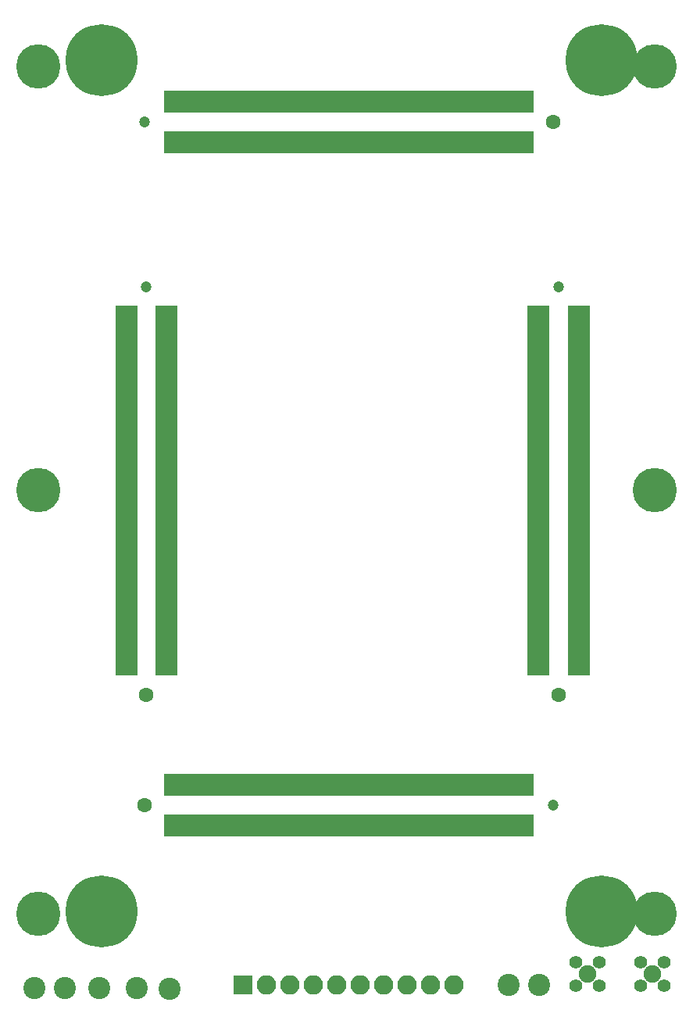
<source format=gbr>
%TF.GenerationSoftware,KiCad,Pcbnew,(5.1.4)-1*%
%TF.CreationDate,2019-12-13T12:22:18-06:00*%
%TF.ProjectId,payload_board,7061796c-6f61-4645-9f62-6f6172642e6b,rev?*%
%TF.SameCoordinates,Original*%
%TF.FileFunction,Soldermask,Top*%
%TF.FilePolarity,Negative*%
%FSLAX46Y46*%
G04 Gerber Fmt 4.6, Leading zero omitted, Abs format (unit mm)*
G04 Created by KiCad (PCBNEW (5.1.4)-1) date 2019-12-13 12:22:18*
%MOMM*%
%LPD*%
G04 APERTURE LIST*
%ADD10C,1.900000*%
%ADD11C,1.400000*%
%ADD12C,2.400000*%
%ADD13R,0.900000X2.400000*%
%ADD14C,1.600000*%
%ADD15C,1.200000*%
%ADD16R,2.400000X0.900000*%
%ADD17O,2.100000X2.100000*%
%ADD18R,2.100000X2.100000*%
%ADD19C,7.800000*%
%ADD20C,4.800000*%
G04 APERTURE END LIST*
D10*
X120624600Y-152958800D03*
D11*
X119344600Y-151678800D03*
X119344600Y-154238800D03*
X121904600Y-154238800D03*
X121904600Y-151678800D03*
D10*
X113614200Y-152984200D03*
D11*
X112334200Y-151704200D03*
X112334200Y-154264200D03*
X114894200Y-154264200D03*
X114894200Y-151704200D03*
D12*
X105029000Y-154152600D03*
X108331000Y-154152600D03*
X56997600Y-154457400D03*
X53695600Y-154482800D03*
X60706000Y-154457400D03*
X64744600Y-154457400D03*
X68351400Y-154533600D03*
D13*
X68145000Y-132445000D03*
X68145000Y-136845000D03*
X68945000Y-132445000D03*
X68945000Y-136845000D03*
X69745000Y-132445000D03*
X69745000Y-136845000D03*
X70545000Y-132445000D03*
X70545000Y-136845000D03*
X71345000Y-132445000D03*
X71345000Y-136845000D03*
X72145000Y-132445000D03*
X72145000Y-136845000D03*
X72945000Y-132445000D03*
X72945000Y-136845000D03*
X73745000Y-132445000D03*
X73745000Y-136845000D03*
X74545000Y-132445000D03*
X74545000Y-136845000D03*
X75345000Y-132445000D03*
X75345000Y-136845000D03*
X76145000Y-132445000D03*
X76145000Y-136845000D03*
X76945000Y-132445000D03*
X76945000Y-136845000D03*
X77745000Y-132445000D03*
X77745000Y-136845000D03*
X78545000Y-132445000D03*
X78545000Y-136845000D03*
X79345000Y-132445000D03*
X79345000Y-136845000D03*
X80145000Y-132445000D03*
X80145000Y-136845000D03*
X80945000Y-132445000D03*
X80945000Y-136845000D03*
X81745000Y-132445000D03*
X81745000Y-136845000D03*
X82545000Y-132445000D03*
X82545000Y-136845000D03*
X83345000Y-132445000D03*
X83345000Y-136845000D03*
X84145000Y-132445000D03*
X84145000Y-136845000D03*
X84945000Y-132445000D03*
X84945000Y-136845000D03*
X85745000Y-132445000D03*
X85745000Y-136845000D03*
X86545000Y-132445000D03*
X86545000Y-136845000D03*
X87345000Y-132445000D03*
X87345000Y-136845000D03*
X88145000Y-132445000D03*
X88145000Y-136845000D03*
X88945000Y-132445000D03*
X88945000Y-136845000D03*
X89745000Y-132445000D03*
X89745000Y-136845000D03*
X90545000Y-132445000D03*
X90545000Y-136845000D03*
X91345000Y-132445000D03*
X91345000Y-136845000D03*
X92145000Y-132445000D03*
X92145000Y-136845000D03*
X92945000Y-132445000D03*
X92945000Y-136845000D03*
X93745000Y-132445000D03*
X93745000Y-136845000D03*
X94545000Y-132445000D03*
X94545000Y-136845000D03*
X95345000Y-132445000D03*
X95345000Y-136845000D03*
X96145000Y-132445000D03*
X96145000Y-136845000D03*
X96945000Y-132445000D03*
X96945000Y-136845000D03*
X97745000Y-132445000D03*
X97745000Y-136845000D03*
X98545000Y-132445000D03*
X98545000Y-136845000D03*
X99345000Y-132445000D03*
X99345000Y-136845000D03*
X100145000Y-132445000D03*
X100145000Y-136845000D03*
X100945000Y-132445000D03*
X100945000Y-136845000D03*
X101745000Y-132445000D03*
X101745000Y-136845000D03*
X102545000Y-132445000D03*
X102545000Y-136845000D03*
X103345000Y-132445000D03*
X103345000Y-136845000D03*
X104145000Y-132445000D03*
X104145000Y-136845000D03*
X104945000Y-132445000D03*
X104945000Y-136845000D03*
X105745000Y-132445000D03*
X105745000Y-136845000D03*
X106545000Y-132445000D03*
X106545000Y-136845000D03*
X107345000Y-136845000D03*
D14*
X65645000Y-134645000D03*
D15*
X109845000Y-134645000D03*
D13*
X107345000Y-132445000D03*
X107345000Y-62855000D03*
X107345000Y-58455000D03*
X106545000Y-62855000D03*
X106545000Y-58455000D03*
X105745000Y-62855000D03*
X105745000Y-58455000D03*
X104945000Y-62855000D03*
X104945000Y-58455000D03*
X104145000Y-62855000D03*
X104145000Y-58455000D03*
X103345000Y-62855000D03*
X103345000Y-58455000D03*
X102545000Y-62855000D03*
X102545000Y-58455000D03*
X101745000Y-62855000D03*
X101745000Y-58455000D03*
X100945000Y-62855000D03*
X100945000Y-58455000D03*
X100145000Y-62855000D03*
X100145000Y-58455000D03*
X99345000Y-62855000D03*
X99345000Y-58455000D03*
X98545000Y-62855000D03*
X98545000Y-58455000D03*
X97745000Y-62855000D03*
X97745000Y-58455000D03*
X96945000Y-62855000D03*
X96945000Y-58455000D03*
X96145000Y-62855000D03*
X96145000Y-58455000D03*
X95345000Y-62855000D03*
X95345000Y-58455000D03*
X94545000Y-62855000D03*
X94545000Y-58455000D03*
X93745000Y-62855000D03*
X93745000Y-58455000D03*
X92945000Y-62855000D03*
X92945000Y-58455000D03*
X92145000Y-62855000D03*
X92145000Y-58455000D03*
X91345000Y-62855000D03*
X91345000Y-58455000D03*
X90545000Y-62855000D03*
X90545000Y-58455000D03*
X89745000Y-62855000D03*
X89745000Y-58455000D03*
X88945000Y-62855000D03*
X88945000Y-58455000D03*
X88145000Y-62855000D03*
X88145000Y-58455000D03*
X87345000Y-62855000D03*
X87345000Y-58455000D03*
X86545000Y-62855000D03*
X86545000Y-58455000D03*
X85745000Y-62855000D03*
X85745000Y-58455000D03*
X84945000Y-62855000D03*
X84945000Y-58455000D03*
X84145000Y-62855000D03*
X84145000Y-58455000D03*
X83345000Y-62855000D03*
X83345000Y-58455000D03*
X82545000Y-62855000D03*
X82545000Y-58455000D03*
X81745000Y-62855000D03*
X81745000Y-58455000D03*
X80945000Y-62855000D03*
X80945000Y-58455000D03*
X80145000Y-62855000D03*
X80145000Y-58455000D03*
X79345000Y-62855000D03*
X79345000Y-58455000D03*
X78545000Y-62855000D03*
X78545000Y-58455000D03*
X77745000Y-62855000D03*
X77745000Y-58455000D03*
X76945000Y-62855000D03*
X76945000Y-58455000D03*
X76145000Y-62855000D03*
X76145000Y-58455000D03*
X75345000Y-62855000D03*
X75345000Y-58455000D03*
X74545000Y-62855000D03*
X74545000Y-58455000D03*
X73745000Y-62855000D03*
X73745000Y-58455000D03*
X72945000Y-62855000D03*
X72945000Y-58455000D03*
X72145000Y-62855000D03*
X72145000Y-58455000D03*
X71345000Y-62855000D03*
X71345000Y-58455000D03*
X70545000Y-62855000D03*
X70545000Y-58455000D03*
X69745000Y-62855000D03*
X69745000Y-58455000D03*
X68945000Y-62855000D03*
X68945000Y-58455000D03*
X68145000Y-58455000D03*
D14*
X109845000Y-60655000D03*
D15*
X65645000Y-60655000D03*
D13*
X68145000Y-62855000D03*
D16*
X108265000Y-120195000D03*
X112665000Y-120195000D03*
X108265000Y-119395000D03*
X112665000Y-119395000D03*
X108265000Y-118595000D03*
X112665000Y-118595000D03*
X108265000Y-117795000D03*
X112665000Y-117795000D03*
X108265000Y-116995000D03*
X112665000Y-116995000D03*
X108265000Y-116195000D03*
X112665000Y-116195000D03*
X108265000Y-115395000D03*
X112665000Y-115395000D03*
X108265000Y-114595000D03*
X112665000Y-114595000D03*
X108265000Y-113795000D03*
X112665000Y-113795000D03*
X108265000Y-112995000D03*
X112665000Y-112995000D03*
X108265000Y-112195000D03*
X112665000Y-112195000D03*
X108265000Y-111395000D03*
X112665000Y-111395000D03*
X108265000Y-110595000D03*
X112665000Y-110595000D03*
X108265000Y-109795000D03*
X112665000Y-109795000D03*
X108265000Y-108995000D03*
X112665000Y-108995000D03*
X108265000Y-108195000D03*
X112665000Y-108195000D03*
X108265000Y-107395000D03*
X112665000Y-107395000D03*
X108265000Y-106595000D03*
X112665000Y-106595000D03*
X108265000Y-105795000D03*
X112665000Y-105795000D03*
X108265000Y-104995000D03*
X112665000Y-104995000D03*
X108265000Y-104195000D03*
X112665000Y-104195000D03*
X108265000Y-103395000D03*
X112665000Y-103395000D03*
X108265000Y-102595000D03*
X112665000Y-102595000D03*
X108265000Y-101795000D03*
X112665000Y-101795000D03*
X108265000Y-100995000D03*
X112665000Y-100995000D03*
X108265000Y-100195000D03*
X112665000Y-100195000D03*
X108265000Y-99395000D03*
X112665000Y-99395000D03*
X108265000Y-98595000D03*
X112665000Y-98595000D03*
X108265000Y-97795000D03*
X112665000Y-97795000D03*
X108265000Y-96995000D03*
X112665000Y-96995000D03*
X108265000Y-96195000D03*
X112665000Y-96195000D03*
X108265000Y-95395000D03*
X112665000Y-95395000D03*
X108265000Y-94595000D03*
X112665000Y-94595000D03*
X108265000Y-93795000D03*
X112665000Y-93795000D03*
X108265000Y-92995000D03*
X112665000Y-92995000D03*
X108265000Y-92195000D03*
X112665000Y-92195000D03*
X108265000Y-91395000D03*
X112665000Y-91395000D03*
X108265000Y-90595000D03*
X112665000Y-90595000D03*
X108265000Y-89795000D03*
X112665000Y-89795000D03*
X108265000Y-88995000D03*
X112665000Y-88995000D03*
X108265000Y-88195000D03*
X112665000Y-88195000D03*
X108265000Y-87395000D03*
X112665000Y-87395000D03*
X108265000Y-86595000D03*
X112665000Y-86595000D03*
X108265000Y-85795000D03*
X112665000Y-85795000D03*
X108265000Y-84995000D03*
X112665000Y-84995000D03*
X108265000Y-84195000D03*
X112665000Y-84195000D03*
X108265000Y-83395000D03*
X112665000Y-83395000D03*
X108265000Y-82595000D03*
X112665000Y-82595000D03*
X108265000Y-81795000D03*
X112665000Y-81795000D03*
X112665000Y-80995000D03*
D14*
X110465000Y-122695000D03*
D15*
X110465000Y-78495000D03*
D16*
X108265000Y-80995000D03*
X63615000Y-120195000D03*
X68015000Y-120195000D03*
X63615000Y-119395000D03*
X68015000Y-119395000D03*
X63615000Y-118595000D03*
X68015000Y-118595000D03*
X63615000Y-117795000D03*
X68015000Y-117795000D03*
X63615000Y-116995000D03*
X68015000Y-116995000D03*
X63615000Y-116195000D03*
X68015000Y-116195000D03*
X63615000Y-115395000D03*
X68015000Y-115395000D03*
X63615000Y-114595000D03*
X68015000Y-114595000D03*
X63615000Y-113795000D03*
X68015000Y-113795000D03*
X63615000Y-112995000D03*
X68015000Y-112995000D03*
X63615000Y-112195000D03*
X68015000Y-112195000D03*
X63615000Y-111395000D03*
X68015000Y-111395000D03*
X63615000Y-110595000D03*
X68015000Y-110595000D03*
X63615000Y-109795000D03*
X68015000Y-109795000D03*
X63615000Y-108995000D03*
X68015000Y-108995000D03*
X63615000Y-108195000D03*
X68015000Y-108195000D03*
X63615000Y-107395000D03*
X68015000Y-107395000D03*
X63615000Y-106595000D03*
X68015000Y-106595000D03*
X63615000Y-105795000D03*
X68015000Y-105795000D03*
X63615000Y-104995000D03*
X68015000Y-104995000D03*
X63615000Y-104195000D03*
X68015000Y-104195000D03*
X63615000Y-103395000D03*
X68015000Y-103395000D03*
X63615000Y-102595000D03*
X68015000Y-102595000D03*
X63615000Y-101795000D03*
X68015000Y-101795000D03*
X63615000Y-100995000D03*
X68015000Y-100995000D03*
X63615000Y-100195000D03*
X68015000Y-100195000D03*
X63615000Y-99395000D03*
X68015000Y-99395000D03*
X63615000Y-98595000D03*
X68015000Y-98595000D03*
X63615000Y-97795000D03*
X68015000Y-97795000D03*
X63615000Y-96995000D03*
X68015000Y-96995000D03*
X63615000Y-96195000D03*
X68015000Y-96195000D03*
X63615000Y-95395000D03*
X68015000Y-95395000D03*
X63615000Y-94595000D03*
X68015000Y-94595000D03*
X63615000Y-93795000D03*
X68015000Y-93795000D03*
X63615000Y-92995000D03*
X68015000Y-92995000D03*
X63615000Y-92195000D03*
X68015000Y-92195000D03*
X63615000Y-91395000D03*
X68015000Y-91395000D03*
X63615000Y-90595000D03*
X68015000Y-90595000D03*
X63615000Y-89795000D03*
X68015000Y-89795000D03*
X63615000Y-88995000D03*
X68015000Y-88995000D03*
X63615000Y-88195000D03*
X68015000Y-88195000D03*
X63615000Y-87395000D03*
X68015000Y-87395000D03*
X63615000Y-86595000D03*
X68015000Y-86595000D03*
X63615000Y-85795000D03*
X68015000Y-85795000D03*
X63615000Y-84995000D03*
X68015000Y-84995000D03*
X63615000Y-84195000D03*
X68015000Y-84195000D03*
X63615000Y-83395000D03*
X68015000Y-83395000D03*
X63615000Y-82595000D03*
X68015000Y-82595000D03*
X63615000Y-81795000D03*
X68015000Y-81795000D03*
X68015000Y-80995000D03*
D14*
X65815000Y-122695000D03*
D15*
X65815000Y-78495000D03*
D16*
X63615000Y-80995000D03*
D17*
X99161600Y-154178000D03*
X96621600Y-154178000D03*
X94081600Y-154178000D03*
X91541600Y-154178000D03*
X89001600Y-154178000D03*
X86461600Y-154178000D03*
X83921600Y-154178000D03*
X81381600Y-154178000D03*
X78841600Y-154178000D03*
D18*
X76301600Y-154178000D03*
D19*
X115120000Y-53960000D03*
X115120000Y-146160000D03*
X60970000Y-146160000D03*
X60970000Y-53960000D03*
D20*
X120870000Y-146480000D03*
X54130000Y-146480000D03*
X120870000Y-100560000D03*
X54130000Y-100560000D03*
X120870000Y-54630000D03*
X54130000Y-54630000D03*
M02*

</source>
